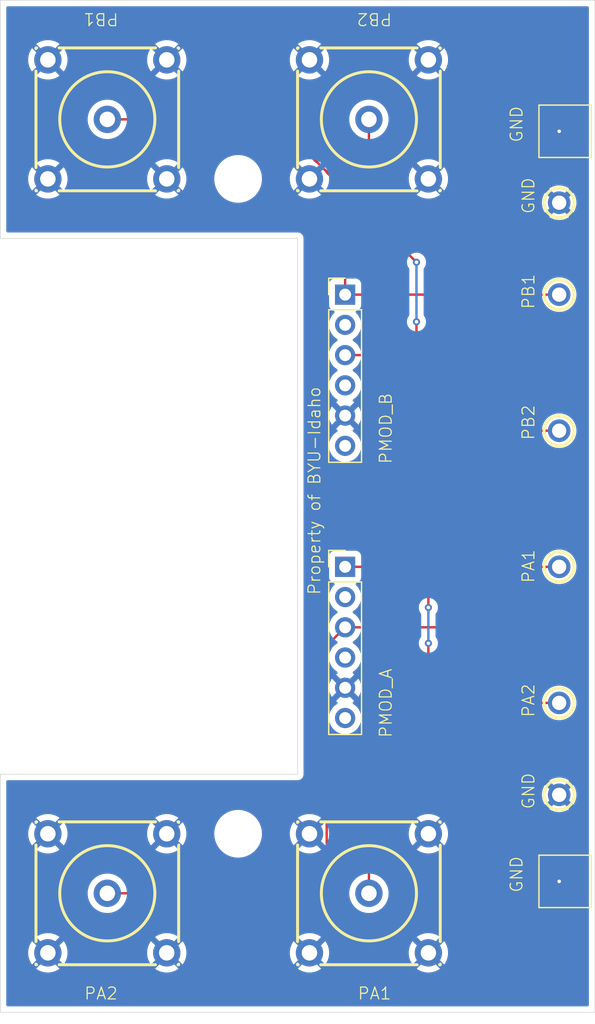
<source format=kicad_pcb>
(kicad_pcb (version 20241229) (generator "pcbnew") (generator_version "9.0")
  (layers (0 "F.Cu" signal) (2 "B.Cu" signal) (13 "F.Paste" user) (15 "B.Paste" user) (5 "F.SilkS" user "F.Silkscreen") (7 "B.SilkS" user "B.Silkscreen") (1 "F.Mask" user) (3 "B.Mask" user) (25 "Edge.Cuts" user))
  (net 0 "")
  (net 3 "Net-(J1-Pin_1)")
  (net 5 "GND")
  (net 6 "Net-(J1-Pin_3)")
  (net 7 "Net-(J2-Pin_1)")
  (net 9 "Net-(J2-Pin_3)")
  (footprint "Connector_PinHeader_2.54mm:PinHeader_1x06_P2.54mm_Vertical" (layer "F.Cu") (at 129 124.72)
    (property "Reference" "J1" (hide yes))
    (property "Value" "Conn_01x06" (hide yes))
    (fp_line (start -1.38 -1.38) (end 0 -1.38) (stroke (width 0.12)) (layer "F.SilkS"))
    (fp_line (start -1.38 0) (end -1.38 -1.38) (stroke (width 0.12)) (layer "F.SilkS"))
    (fp_line (start -1.38 1.27) (end -1.38 14.08) (stroke (width 0.12)) (layer "F.SilkS"))
    (fp_line (start -1.38 1.27) (end 1.38 1.27) (stroke (width 0.12)) (layer "F.SilkS"))
    (fp_line (start -1.38 14.08) (end 1.38 14.08) (stroke (width 0.12)) (layer "F.SilkS"))
    (fp_line (start 1.38 1.27) (end 1.38 14.08) (stroke (width 0.12)) (layer "F.SilkS"))
    (pad "1" thru_hole rect (at 0 0) (size 1.7 1.7) (drill 1) (layers "*.Cu" "*.Mask") (net 3 "Net-(J1-Pin_1)"))
    (pad "2" thru_hole circle (at 0 2.54) (size 1.7 1.7) (drill 1) (layers "*.Cu" "*.Mask"))
    (pad "3" thru_hole circle (at 0 5.08) (size 1.7 1.7) (drill 1) (layers "*.Cu" "*.Mask") (net 6 "Net-(J1-Pin_3)"))
    (pad "4" thru_hole circle (at 0 7.62) (size 1.7 1.7) (drill 1) (layers "*.Cu" "*.Mask"))
    (pad "5" thru_hole circle (at 0 10.16) (size 1.7 1.7) (drill 1) (layers "*.Cu" "*.Mask") (net 5 "GND"))
    (pad "6" thru_hole circle (at 0 12.7) (size 1.7 1.7) (drill 1) (layers "*.Cu" "*.Mask"))
  )
  (footprint "Test_point:TEST-TH_BD2.54-P1.4_RED" (layer "F.Cu") (at 147 159.01 90)
    (property "Reference" "U4" (hide yes))
    (property "Value" "RH-5000" (hide yes))
    (fp_circle (center 0 0) (end 1.27 0) (stroke (width 0.25)) (fill no) (layer "F.SilkS"))
    (pad "1" thru_hole circle (at 0 0 90) (size 1.9 1.9) (drill 1.199998) (layers "*.Cu" "*.Mask") (net 9 "Net-(J2-Pin_3)"))
  )
  (footprint "EasyEDA:BNC-TH_L12.0-W12.0" (layer "F.Cu") (at 131 110)
    (property "Reference" "U6" (hide yes))
    (property "Value" "HL-BNC-KHDA" (hide yes))
    (fp_line (start -6 -6) (end -6 -5.95) (stroke (width 0.25)) (layer "F.SilkS"))
    (fp_line (start -6 -4.05) (end -6 4.05) (stroke (width 0.25)) (layer "F.SilkS"))
    (fp_line (start -6 5.95) (end -6 6) (stroke (width 0.25)) (layer "F.SilkS"))
    (fp_line (start -6 6) (end -5.95 6) (stroke (width 0.25)) (layer "F.SilkS"))
    (fp_line (start -5.95 -6) (end -6 -6) (stroke (width 0.25)) (layer "F.SilkS"))
    (fp_line (start -4.05 6) (end 4.05 6) (stroke (width 0.25)) (layer "F.SilkS"))
    (fp_line (start 4.05 -6) (end -4.05 -6) (stroke (width 0.25)) (layer "F.SilkS"))
    (fp_line (start 5.95 6) (end 6 6) (stroke (width 0.25)) (layer "F.SilkS"))
    (fp_line (start 6 -6) (end 5.95 -6) (stroke (width 0.25)) (layer "F.SilkS"))
    (fp_line (start 6 -5.95) (end 6 -6) (stroke (width 0.25)) (layer "F.SilkS"))
    (fp_line (start 6 4.05) (end 6 -4.05) (stroke (width 0.25)) (layer "F.SilkS"))
    (fp_line (start 6 6) (end 6 5.95) (stroke (width 0.25)) (layer "F.SilkS"))
    (fp_circle (center 0 0) (end 4 0) (stroke (width 0.25)) (fill no) (layer "F.SilkS"))
    (pad "1" thru_hole circle (at 5 -5) (size 2.3 2.3) (drill 1.300023) (layers "*.Cu" "*.Mask") (net 5 "GND"))
    (pad "2" thru_hole circle (at 5 5) (size 2.3 2.3) (drill 1.300023) (layers "*.Cu" "*.Mask") (net 5 "GND"))
    (pad "3" thru_hole circle (at -5 5) (size 2.3 2.3) (drill 1.300023) (layers "*.Cu" "*.Mask") (net 5 "GND"))
    (pad "4" thru_hole circle (at -5 -5) (size 2.3 2.3) (drill 1.300023) (layers "*.Cu" "*.Mask") (net 5 "GND"))
    (pad "5" thru_hole circle (at 0 0) (size 2.3 2.3) (drill 1.300023) (layers "*.Cu" "*.Mask") (net 6 "Net-(J1-Pin_3)"))
  )
  (footprint "Test_point:TEST-TH_BD2.54-P1.4_RED" (layer "F.Cu") (at 147 136.15 90)
    (property "Reference" "U2" (hide yes))
    (property "Value" "RH-5000" (hide yes))
    (fp_circle (center 0 0) (end 1.27 0) (stroke (width 0.25)) (fill no) (layer "F.SilkS"))
    (pad "1" thru_hole circle (at 0 0 90) (size 1.9 1.9) (drill 1.199998) (layers "*.Cu" "*.Mask") (net 6 "Net-(J1-Pin_3)"))
  )
  (footprint "TestPoint:TestPoint_Pad_4.0x4.0mm" (layer "F.Cu") (at 147.5 174)
    (property "Reference" "TP2" (hide yes))
    (property "Value" "TestPoint" (hide yes))
    (fp_line (start -2.2 -2.2) (end 2.2 -2.2) (stroke (width 0.12)) (layer "F.SilkS"))
    (fp_line (start -2.2 2.2) (end -2.2 -2.2) (stroke (width 0.12)) (layer "F.SilkS"))
    (fp_line (start 2.2 -2.2) (end 2.2 2.2) (stroke (width 0.12)) (layer "F.SilkS"))
    (fp_line (start 2.2 2.2) (end -2.2 2.2) (stroke (width 0.12)) (layer "F.SilkS"))
    (pad "1" smd rect (at 0 0) (size 4 4) (layers "F.Cu" "F.Mask") (net 5 "GND"))
  )
  (footprint "EasyEDA:BNC-TH_L12.0-W12.0" (layer "F.Cu") (at 109 175)
    (property "Reference" "U8" (hide yes))
    (property "Value" "HL-BNC-KHDA" (hide yes))
    (fp_line (start -6 -6) (end -6 -5.95) (stroke (width 0.25)) (layer "F.SilkS"))
    (fp_line (start -6 -4.05) (end -6 4.05) (stroke (width 0.25)) (layer "F.SilkS"))
    (fp_line (start -6 5.95) (end -6 6) (stroke (width 0.25)) (layer "F.SilkS"))
    (fp_line (start -6 6) (end -5.95 6) (stroke (width 0.25)) (layer "F.SilkS"))
    (fp_line (start -5.95 -6) (end -6 -6) (stroke (width 0.25)) (layer "F.SilkS"))
    (fp_line (start -4.05 6) (end 4.05 6) (stroke (width 0.25)) (layer "F.SilkS"))
    (fp_line (start 4.05 -6) (end -4.05 -6) (stroke (width 0.25)) (layer "F.SilkS"))
    (fp_line (start 5.95 6) (end 6 6) (stroke (width 0.25)) (layer "F.SilkS"))
    (fp_line (start 6 -6) (end 5.95 -6) (stroke (width 0.25)) (layer "F.SilkS"))
    (fp_line (start 6 -5.95) (end 6 -6) (stroke (width 0.25)) (layer "F.SilkS"))
    (fp_line (start 6 4.05) (end 6 -4.05) (stroke (width 0.25)) (layer "F.SilkS"))
    (fp_line (start 6 6) (end 6 5.95) (stroke (width 0.25)) (layer "F.SilkS"))
    (fp_circle (center 0 0) (end 4 0) (stroke (width 0.25)) (fill no) (layer "F.SilkS"))
    (pad "1" thru_hole circle (at 5 -5) (size 2.3 2.3) (drill 1.300023) (layers "*.Cu" "*.Mask") (net 5 "GND"))
    (pad "2" thru_hole circle (at 5 5) (size 2.3 2.3) (drill 1.300023) (layers "*.Cu" "*.Mask") (net 5 "GND"))
    (pad "3" thru_hole circle (at -5 5) (size 2.3 2.3) (drill 1.300023) (layers "*.Cu" "*.Mask") (net 5 "GND"))
    (pad "4" thru_hole circle (at -5 -5) (size 2.3 2.3) (drill 1.300023) (layers "*.Cu" "*.Mask") (net 5 "GND"))
    (pad "5" thru_hole circle (at 0 0) (size 2.3 2.3) (drill 1.300023) (layers "*.Cu" "*.Mask") (net 9 "Net-(J2-Pin_3)"))
  )
  (footprint "MountingHole:MountingHole_3.5mm" (layer "F.Cu") (at 120 115)
    (property "Reference" "H3" (hide yes))
    (property "Value" "MountingHole" (hide yes))
    (pad "" np_thru_hole circle (at 0 0) (size 3.5 3.5) (drill 3.5) (layers "*.Cu" "*.Mask"))
  )
  (footprint "TestPoint:TestPoint_Pad_4.0x4.0mm" (layer "F.Cu") (at 147.5 111)
    (property "Reference" "TP1" (hide yes))
    (property "Value" "TestPoint" (hide yes))
    (fp_line (start -2.2 -2.2) (end 2.2 -2.2) (stroke (width 0.12)) (layer "F.SilkS"))
    (fp_line (start -2.2 2.2) (end -2.2 -2.2) (stroke (width 0.12)) (layer "F.SilkS"))
    (fp_line (start 2.2 -2.2) (end 2.2 2.2) (stroke (width 0.12)) (layer "F.SilkS"))
    (fp_line (start 2.2 2.2) (end -2.2 2.2) (stroke (width 0.12)) (layer "F.SilkS"))
    (pad "1" smd rect (at 0 0) (size 4 4) (layers "F.Cu" "F.Mask") (net 5 "GND"))
  )
  (footprint "Test_point:TEST-TH_BD2.54-P1.4_RED" (layer "F.Cu") (at 147 147.58 90)
    (property "Reference" "U3" (hide yes))
    (property "Value" "RH-5000" (hide yes))
    (fp_circle (center 0 0) (end 1.27 0) (stroke (width 0.25)) (fill no) (layer "F.SilkS"))
    (pad "1" thru_hole circle (at 0 0 90) (size 1.9 1.9) (drill 1.199998) (layers "*.Cu" "*.Mask") (net 7 "Net-(J2-Pin_1)"))
  )
  (footprint "Test_point:TEST-TH_BD2.54-P1.4_RED" (layer "F.Cu") (at 147 124.72 90)
    (property "Reference" "U1" (hide yes))
    (property "Value" "RH-5000" (hide yes))
    (fp_circle (center 0 0) (end 1.27 0) (stroke (width 0.25)) (fill no) (layer "F.SilkS"))
    (pad "1" thru_hole circle (at 0 0 90) (size 1.9 1.9) (drill 1.199998) (layers "*.Cu" "*.Mask") (net 3 "Net-(J1-Pin_1)"))
  )
  (footprint "Test_point:TEST-TH_BD2.54-P1.4_RED" (layer "F.Cu") (at 147 117 90)
    (property "Reference" "U9" (hide yes))
    (property "Value" "RH-5000" (hide yes))
    (fp_circle (center 0 0) (end 1.27 0) (stroke (width 0.25)) (fill no) (layer "F.SilkS"))
    (pad "1" thru_hole circle (at 0 0 90) (size 1.9 1.9) (drill 1.199998) (layers "*.Cu" "*.Mask") (net 5 "GND"))
  )
  (footprint "EasyEDA:BNC-TH_L12.0-W12.0" (layer "F.Cu") (at 131 175)
    (property "Reference" "U7" (hide yes))
    (property "Value" "HL-BNC-KHDA" (hide yes))
    (fp_line (start -6 -6) (end -6 -5.95) (stroke (width 0.25)) (layer "F.SilkS"))
    (fp_line (start -6 -4.05) (end -6 4.05) (stroke (width 0.25)) (layer "F.SilkS"))
    (fp_line (start -6 5.95) (end -6 6) (stroke (width 0.25)) (layer "F.SilkS"))
    (fp_line (start -6 6) (end -5.95 6) (stroke (width 0.25)) (layer "F.SilkS"))
    (fp_line (start -5.95 -6) (end -6 -6) (stroke (width 0.25)) (layer "F.SilkS"))
    (fp_line (start -4.05 6) (end 4.05 6) (stroke (width 0.25)) (layer "F.SilkS"))
    (fp_line (start 4.05 -6) (end -4.05 -6) (stroke (width 0.25)) (layer "F.SilkS"))
    (fp_line (start 5.95 6) (end 6 6) (stroke (width 0.25)) (layer "F.SilkS"))
    (fp_line (start 6 -6) (end 5.95 -6) (stroke (width 0.25)) (layer "F.SilkS"))
    (fp_line (start 6 -5.95) (end 6 -6) (stroke (width 0.25)) (layer "F.SilkS"))
    (fp_line (start 6 4.05) (end 6 -4.05) (stroke (width 0.25)) (layer "F.SilkS"))
    (fp_line (start 6 6) (end 6 5.95) (stroke (width 0.25)) (layer "F.SilkS"))
    (fp_circle (center 0 0) (end 4 0) (stroke (width 0.25)) (fill no) (layer "F.SilkS"))
    (pad "1" thru_hole circle (at 5 -5) (size 2.3 2.3) (drill 1.300023) (layers "*.Cu" "*.Mask") (net 5 "GND"))
    (pad "2" thru_hole circle (at 5 5) (size 2.3 2.3) (drill 1.300023) (layers "*.Cu" "*.Mask") (net 5 "GND"))
    (pad "3" thru_hole circle (at -5 5) (size 2.3 2.3) (drill 1.300023) (layers "*.Cu" "*.Mask") (net 5 "GND"))
    (pad "4" thru_hole circle (at -5 -5) (size 2.3 2.3) (drill 1.300023) (layers "*.Cu" "*.Mask") (net 5 "GND"))
    (pad "5" thru_hole circle (at 0 0) (size 2.3 2.3) (drill 1.300023) (layers "*.Cu" "*.Mask") (net 7 "Net-(J2-Pin_1)"))
  )
  (footprint "Connector_PinHeader_2.54mm:PinHeader_1x06_P2.54mm_Vertical" (layer "F.Cu") (at 129 147.58)
    (property "Reference" "J2" (hide yes))
    (property "Value" "Conn_01x06" (hide yes))
    (fp_line (start -1.38 -1.38) (end 0 -1.38) (stroke (width 0.12)) (layer "F.SilkS"))
    (fp_line (start -1.38 0) (end -1.38 -1.38) (stroke (width 0.12)) (layer "F.SilkS"))
    (fp_line (start -1.38 1.27) (end -1.38 14.08) (stroke (width 0.12)) (layer "F.SilkS"))
    (fp_line (start -1.38 1.27) (end 1.38 1.27) (stroke (width 0.12)) (layer "F.SilkS"))
    (fp_line (start -1.38 14.08) (end 1.38 14.08) (stroke (width 0.12)) (layer "F.SilkS"))
    (fp_line (start 1.38 1.27) (end 1.38 14.08) (stroke (width 0.12)) (layer "F.SilkS"))
    (pad "1" thru_hole rect (at 0 0) (size 1.7 1.7) (drill 1) (layers "*.Cu" "*.Mask") (net 7 "Net-(J2-Pin_1)"))
    (pad "2" thru_hole circle (at 0 2.54) (size 1.7 1.7) (drill 1) (layers "*.Cu" "*.Mask"))
    (pad "3" thru_hole circle (at 0 5.08) (size 1.7 1.7) (drill 1) (layers "*.Cu" "*.Mask") (net 9 "Net-(J2-Pin_3)"))
    (pad "4" thru_hole circle (at 0 7.62) (size 1.7 1.7) (drill 1) (layers "*.Cu" "*.Mask"))
    (pad "5" thru_hole circle (at 0 10.16) (size 1.7 1.7) (drill 1) (layers "*.Cu" "*.Mask") (net 5 "GND"))
    (pad "6" thru_hole circle (at 0 12.7) (size 1.7 1.7) (drill 1) (layers "*.Cu" "*.Mask"))
  )
  (footprint "MountingHole:MountingHole_3.5mm" (layer "F.Cu") (at 120 170)
    (property "Reference" "H4" (hide yes))
    (property "Value" "MountingHole" (hide yes))
    (pad "" np_thru_hole circle (at 0 0) (size 3.5 3.5) (drill 3.5) (layers "*.Cu" "*.Mask"))
  )
  (footprint "Test_point:TEST-TH_BD2.54-P1.4_RED" (layer "F.Cu") (at 147 166.73 90)
    (property "Reference" "U10" (hide yes))
    (property "Value" "RH-5000" (hide yes))
    (fp_circle (center 0 0) (end 1.27 0) (stroke (width 0.25)) (fill no) (layer "F.SilkS"))
    (pad "1" thru_hole circle (at 0 0 90) (size 1.9 1.9) (drill 1.199998) (layers "*.Cu" "*.Mask") (net 5 "GND"))
  )
  (footprint "EasyEDA:BNC-TH_L12.0-W12.0" (layer "F.Cu") (at 109 110)
    (property "Reference" "U5" (hide yes))
    (property "Value" "HL-BNC-KHDA" (hide yes))
    (fp_line (start -6 -6) (end -6 -5.95) (stroke (width 0.25)) (layer "F.SilkS"))
    (fp_line (start -6 -4.05) (end -6 4.05) (stroke (width 0.25)) (layer "F.SilkS"))
    (fp_line (start -6 5.95) (end -6 6) (stroke (width 0.25)) (layer "F.SilkS"))
    (fp_line (start -6 6) (end -5.95 6) (stroke (width 0.25)) (layer "F.SilkS"))
    (fp_line (start -5.95 -6) (end -6 -6) (stroke (width 0.25)) (layer "F.SilkS"))
    (fp_line (start -4.05 6) (end 4.05 6) (stroke (width 0.25)) (layer "F.SilkS"))
    (fp_line (start 4.05 -6) (end -4.05 -6) (stroke (width 0.25)) (layer "F.SilkS"))
    (fp_line (start 5.95 6) (end 6 6) (stroke (width 0.25)) (layer "F.SilkS"))
    (fp_line (start 6 -6) (end 5.95 -6) (stroke (width 0.25)) (layer "F.SilkS"))
    (fp_line (start 6 -5.95) (end 6 -6) (stroke (width 0.25)) (layer "F.SilkS"))
    (fp_line (start 6 4.05) (end 6 -4.05) (stroke (width 0.25)) (layer "F.SilkS"))
    (fp_line (start 6 6) (end 6 5.95) (stroke (width 0.25)) (layer "F.SilkS"))
    (fp_circle (center 0 0) (end 4 0) (stroke (width 0.25)) (fill no) (layer "F.SilkS"))
    (pad "1" thru_hole circle (at 5 -5) (size 2.3 2.3) (drill 1.300023) (layers "*.Cu" "*.Mask") (net 5 "GND"))
    (pad "2" thru_hole circle (at 5 5) (size 2.3 2.3) (drill 1.300023) (layers "*.Cu" "*.Mask") (net 5 "GND"))
    (pad "3" thru_hole circle (at -5 5) (size 2.3 2.3) (drill 1.300023) (layers "*.Cu" "*.Mask") (net 5 "GND"))
    (pad "4" thru_hole circle (at -5 -5) (size 2.3 2.3) (drill 1.300023) (layers "*.Cu" "*.Mask") (net 5 "GND"))
    (pad "5" thru_hole circle (at 0 0) (size 2.3 2.3) (drill 1.300023) (layers "*.Cu" "*.Mask") (net 3 "Net-(J1-Pin_1)"))
  )
  (gr_poly (pts (xy 100 100) (xy 150 100) (xy 150 185) (xy 100 185) (xy 100 165) (xy 125 165) (xy 125 120) (xy 100 120)) (stroke (width 0.05)) (fill no) (layer "Edge.Cuts"))
  (gr_text "PB2" (at 133 101 180) (layer "F.SilkS") (effects (font (size 1 1) (thickness 0.1)) (justify left bottom)))
  (gr_text "PMOD_B" (at 133 139 90) (layer "F.SilkS") (effects (font (size 1 1) (thickness 0.1)) (justify left bottom)))
  (gr_text "GND" (at 144 175 90) (layer "F.SilkS") (effects (font (size 1 1) (thickness 0.1)) (justify left bottom)))
  (gr_text "GND" (at 145 118 90) (layer "F.SilkS") (effects (font (size 1 1) (thickness 0.1)) (justify left bottom)))
  (gr_text "PB1" (at 110 101 180) (layer "F.SilkS") (effects (font (size 1 1) (thickness 0.1)) (justify left bottom)))
  (gr_text "PMOD_A" (at 133 162 90) (layer "F.SilkS") (effects (font (size 1 1) (thickness 0.1)) (justify left bottom)))
  (gr_text "Property of BYU-Idaho" (at 127 150 90) (layer "F.SilkS") (effects (font (size 1 1) (thickness 0.1)) (justify left bottom)))
  (gr_text "GND" (at 144 112 90) (layer "F.SilkS") (effects (font (size 1 1) (thickness 0.1)) (justify left bottom)))
  (gr_text "PA1" (at 130 184 0) (layer "F.SilkS") (effects (font (size 1 1) (thickness 0.1)) (justify left bottom)))
  (gr_text "PA2" (at 107 184 0) (layer "F.SilkS") (effects (font (size 1 1) (thickness 0.1)) (justify left bottom)))
  (gr_text "GND" (at 145 168 90) (layer "F.SilkS") (effects (font (size 1 1) (thickness 0.1)) (justify left bottom)))
  (gr_text "PB1" (at 145 126 90) (layer "F.SilkS") (effects (font (size 1 1) (thickness 0.1)) (justify left bottom)))
  (gr_text "PB2" (at 145 137 90) (layer "F.SilkS") (effects (font (size 1 1) (thickness 0.1)) (justify left bottom)))
  (gr_text "PA2" (at 145 160.28 90) (layer "F.SilkS") (effects (font (size 1 1) (thickness 0.1)) (justify left bottom)))
  (gr_text "PA1" (at 145 149 90) (layer "F.SilkS") (effects (font (size 1 1) (thickness 0.1)) (justify left bottom)))
  (segment (start 126.601024 113.549) (end 126.549 113.549) (width 0.2) (layer "F.Cu") (net 3))
  (segment (start 147 124.72) (end 129 124.72) (width 0.2) (layer "F.Cu") (net 3))
  (segment (start 126.549 113.549) (end 123 110) (width 0.2) (layer "F.Cu") (net 3))
  (segment (start 123 110) (end 109 110) (width 0.2) (layer "F.Cu") (net 3))
  (segment (start 127.451 114.398976) (end 126.601024 113.549) (width 0.2) (layer "F.Cu") (net 3))
  (segment (start 127.451 114.451) (end 127.451 114.398976) (width 0.2) (layer "F.Cu") (net 3))
  (segment (start 129 124.72) (end 129 116) (width 0.2) (layer "F.Cu") (net 3))
  (segment (start 129 116) (end 127.451 114.451) (width 0.2) (layer "F.Cu") (net 3))
  (segment (start 147.5 111) (end 147 111) (width 0.2) (layer "F.Cu") (net 5))
  (segment (start 147.5 174) (end 147 174) (width 0.2) (layer "F.Cu") (net 5))
  (via (at 147 174) (size 0.6) (drill 0.3) (layers "F.Cu" "B.Cu") (net 5))
  (via (at 147 111) (size 0.6) (drill 0.3) (layers "F.Cu" "B.Cu") (net 5))
  (segment (start 135 122) (end 131 118) (width 0.2) (layer "F.Cu") (net 6))
  (segment (start 143.15 136.15) (end 136.8 129.8) (width 0.2) (layer "F.Cu") (net 6))
  (segment (start 136.8 129.8) (end 135 129.8) (width 0.2) (layer "F.Cu") (net 6))
  (segment (start 135 129.8) (end 129 129.8) (width 0.2) (layer "F.Cu") (net 6))
  (segment (start 147 136.15) (end 143.15 136.15) (width 0.2) (layer "F.Cu") (net 6))
  (segment (start 135 129.8) (end 135 127) (width 0.2) (layer "F.Cu") (net 6))
  (segment (start 131 118) (end 131 110) (width 0.2) (layer "F.Cu") (net 6))
  (via (at 135 122) (size 0.6) (drill 0.3) (layers "F.Cu" "B.Cu") (net 6))
  (via (at 135 127) (size 0.6) (drill 0.3) (layers "F.Cu" "B.Cu") (net 6))
  (segment (start 135 127) (end 135 122) (width 0.2) (layer "B.Cu") (net 6))
  (segment (start 136 147.58) (end 136 151) (width 0.2) (layer "F.Cu") (net 7))
  (segment (start 136 154) (end 136 161) (width 0.2) (layer "F.Cu") (net 7))
  (segment (start 131 166) (end 131 175) (width 0.2) (layer "F.Cu") (net 7))
  (segment (start 136 161) (end 131 166) (width 0.2) (layer "F.Cu") (net 7))
  (segment (start 147 147.58) (end 136 147.58) (width 0.2) (layer "F.Cu") (net 7))
  (segment (start 136 147.58) (end 129 147.58) (width 0.2) (layer "F.Cu") (net 7))
  (via (at 136 154) (size 0.6) (drill 0.3) (layers "F.Cu" "B.Cu") (net 7))
  (via (at 136 151) (size 0.6) (drill 0.3) (layers "F.Cu" "B.Cu") (net 7))
  (segment (start 136 151) (end 136 154) (width 0.2) (layer "B.Cu") (net 7))
  (segment (start 127.451 172.549) (end 125 175) (width 0.2) (layer "F.Cu") (net 9))
  (segment (start 144.01 159.01) (end 137.66 152.66) (width 0.2) (layer "F.Cu") (net 9))
  (segment (start 147 159.01) (end 144.01 159.01) (width 0.2) (layer "F.Cu") (net 9))
  (segment (start 137.66 152.66) (end 129 152.66) (width 0.2) (layer "F.Cu") (net 9))
  (segment (start 127.451 154.209) (end 127.451 172.549) (width 0.2) (layer "F.Cu") (net 9))
  (segment (start 125 175) (end 109 175) (width 0.2) (layer "F.Cu") (net 9))
  (segment (start 129 152.66) (end 127.451 154.209) (width 0.2) (layer "F.Cu") (net 9))
  (zone (net 5) (net_name "GND") (layer "B.Cu") (connect_pads (clearance 0.5)) (min_thickness 0.25) (fill yes (thermal_gap 0.5) (thermal_bridge_width 0.5))
    (polygon (pts (xy 100 100) (xy 150 100) (xy 150 186) (xy 100 185)))
  )
)
</source>
